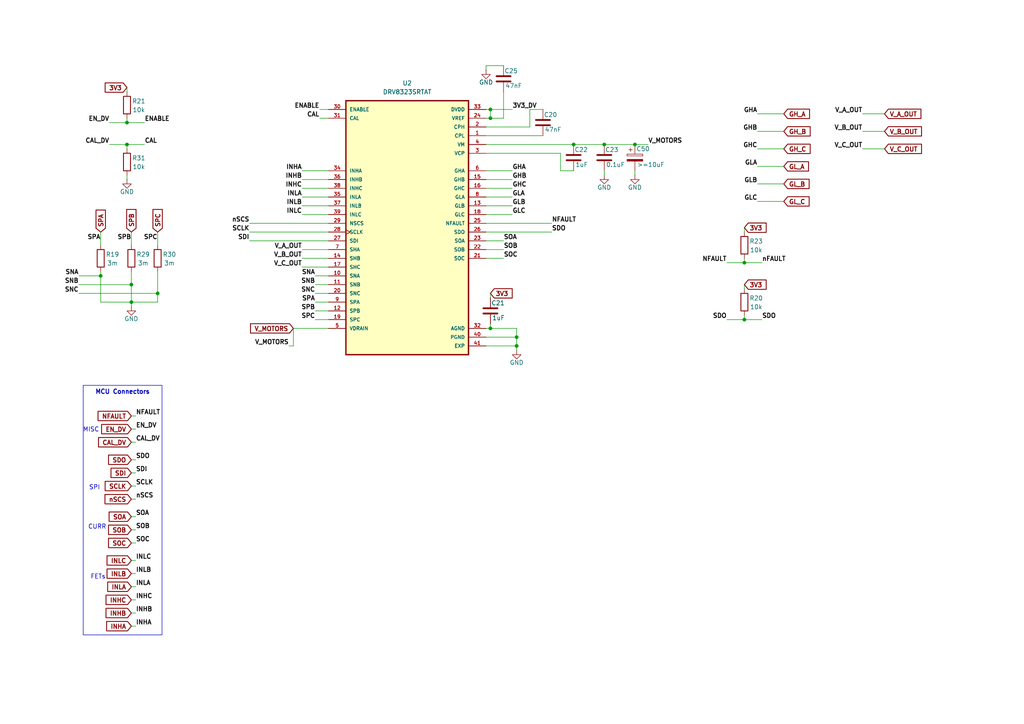
<source format=kicad_sch>
(kicad_sch (version 20250114) (generator "eeschema") (generator_version "9.0")
  (paper "A4")
  (lib_symbols
    (symbol "DRV8323SRTAT:DRV8323SRTAT" (pin_names (offset 1.016))
      (property "Reference" "U" (at -17.8131 39.1728 0))
      (property "Value" "DRV8323SRTAT" (at -17.8106 -39.6282 0))
      (symbol "DRV8323SRTAT_0_0"
        (rectangle (start -17.78 -35.56) (end 17.78 38.1) (stroke (width 0.41)) (fill (type background)))
        (pin input line (at -22.86 35.56 0) (length 5.08) (name "ENABLE") (number "30"))
        (pin input line (at -22.86 33.02 0) (length 5.08) (name "CAL") (number "31"))
        (pin input line (at -22.86 17.78 0) (length 5.08) (name "INHA") (number "34"))
        (pin input line (at -22.86 15.24 0) (length 5.08) (name "INHB") (number "36"))
        (pin input line (at -22.86 12.7 0) (length 5.08) (name "INHC") (number "38"))
        (pin input line (at -22.86 10.16 0) (length 5.08) (name "INLA") (number "35"))
        (pin input line (at -22.86 7.62 0) (length 5.08) (name "INLB") (number "37"))
        (pin input line (at -22.86 5.08 0) (length 5.08) (name "INLC") (number "39"))
        (pin input line (at -22.86 2.54 0) (length 5.08) (name "NSCS") (number "29"))
        (pin input clock (at -22.86 0 0) (length 5.08) (name "SCLK") (number "28"))
        (pin input line (at -22.86 -2.54 0) (length 5.08) (name "SDI") (number "27"))
        (pin input line (at -22.86 -5.08 0) (length 5.08) (name "SHA") (number "7"))
        (pin input line (at -22.86 -7.62 0) (length 5.08) (name "SHB") (number "14"))
        (pin input line (at -22.86 -10.16 0) (length 5.08) (name "SHC") (number "17"))
        (pin input line (at -22.86 -12.7 0) (length 5.08) (name "SNA") (number "10"))
        (pin input line (at -22.86 -15.24 0) (length 5.08) (name "SNB") (number "11"))
        (pin input line (at -22.86 -17.78 0) (length 5.08) (name "SNC") (number "20"))
        (pin input line (at -22.86 -20.32 0) (length 5.08) (name "SPA") (number "9"))
        (pin input line (at -22.86 -22.86 0) (length 5.08) (name "SPB") (number "12"))
        (pin input line (at -22.86 -25.4 0) (length 5.08) (name "SPC") (number "19"))
        (pin input line (at -22.86 -27.94 0) (length 5.08) (name "VDRAIN") (number "5"))
        (pin power_in line (at 22.86 35.56 180) (length 5.08) (name "DVDD") (number "33"))
        (pin power_in line (at 22.86 33.02 180) (length 5.08) (name "VREF") (number "24"))
        (pin power_in line (at 22.86 30.48 180) (length 5.08) (name "CPH") (number "2"))
        (pin power_in line (at 22.86 27.94 180) (length 5.08) (name "CPL") (number "1"))
        (pin power_in line (at 22.86 25.4 180) (length 5.08) (name "VM") (number "4"))
        (pin power_in line (at 22.86 22.86 180) (length 5.08) (name "VCP") (number "3"))
        (pin output line (at 22.86 17.78 180) (length 5.08) (name "GHA") (number "6"))
        (pin output line (at 22.86 15.24 180) (length 5.08) (name "GHB") (number "15"))
        (pin output line (at 22.86 12.7 180) (length 5.08) (name "GHC") (number "16"))
        (pin output line (at 22.86 10.16 180) (length 5.08) (name "GLA") (number "8"))
        (pin output line (at 22.86 7.62 180) (length 5.08) (name "GLB") (number "13"))
        (pin output line (at 22.86 5.08 180) (length 5.08) (name "GLC") (number "18"))
        (pin output line (at 22.86 2.54 180) (length 5.08) (name "NFAULT") (number "25"))
        (pin output line (at 22.86 0 180) (length 5.08) (name "SDO") (number "26"))
        (pin output line (at 22.86 -2.54 180) (length 5.08) (name "SOA") (number "23"))
        (pin output line (at 22.86 -5.08 180) (length 5.08) (name "SOB") (number "22"))
        (pin output line (at 22.86 -7.62 180) (length 5.08) (name "SOC") (number "21"))
        (pin power_in line (at 22.86 -27.94 180) (length 5.08) (name "AGND") (number "32"))
        (pin power_in line (at 22.86 -30.48 180) (length 5.08) (name "PGND") (number "40"))
        (pin power_in line (at 22.86 -33.02 180) (length 5.08) (name "EXP") (number "41"))
      )
    )
    (symbol "Device:C" (pin_numbers (hide yes)) (pin_names (offset 0.254))
      (property "Reference" "C" (at 0.635 2.54 0))
      (property "Value" "C" (at 0.635 -2.54 0))
      (symbol "C_0_1"
        (polyline (pts (xy -2.032 0.762) (xy 2.032 0.762)) (stroke (width 0.508)))
        (polyline (pts (xy -2.032 -0.762) (xy 2.032 -0.762)) (stroke (width 0.508)))
      )
      (symbol "C_1_1"
        (pin passive line (at 0 3.81 270) (length 2.794) (name "~") (number "1"))
        (pin passive line (at 0 -3.81 90) (length 2.794) (name "~") (number "2"))
      )
    )
    (symbol "Device:C_Polarized" (pin_numbers (hide yes)) (pin_names (offset 0.254))
      (property "Reference" "C" (at 0.635 2.54 0))
      (property "Value" "C_Polarized" (at 0.635 -2.54 0))
      (symbol "C_Polarized_0_1"
        (rectangle (start -2.286 0.508) (end 2.286 1.016))
        (polyline (pts (xy -1.778 2.286) (xy -0.762 2.286)))
        (polyline (pts (xy -1.27 2.794) (xy -1.27 1.778)))
        (rectangle (start 2.286 -0.508) (end -2.286 -1.016) (fill (type outline)))
      )
      (symbol "C_Polarized_1_1"
        (pin passive line (at 0 3.81 270) (length 2.794) (name "~") (number "1"))
        (pin passive line (at 0 -3.81 90) (length 2.794) (name "~") (number "2"))
      )
    )
    (symbol "Device:R" (pin_numbers (hide yes)) (pin_names (offset 0))
      (property "Reference" "R" (at 2.032 0 90))
      (property "Value" "R" (at 0 0 90))
      (symbol "R_0_1"
        (rectangle (start -1.016 -2.54) (end 1.016 2.54) (stroke (width 0.254)))
      )
      (symbol "R_1_1"
        (pin passive line (at 0 3.81 270) (length 1.27) (name "~") (number "1"))
        (pin passive line (at 0 -3.81 90) (length 1.27) (name "~") (number "2"))
      )
    )
    (symbol "power:GND" (power) (pin_numbers (hide yes)) (pin_names (offset 0) (hide yes))
      (property "Value" "GND" (at 0 -3.81 0))
      (symbol "GND_0_1"
        (polyline (pts (xy 0 0) (xy 0 -1.27) (xy 1.27 -1.27) (xy 0 -2.54) (xy -1.27 -1.27) (xy 0 -1.27)))
      )
      (symbol "GND_1_1"
        (pin power_in line (at 0 0 270) (length 0) (name "~") (number "1"))
      )
    )
  )
  (rectangle (start 24.13 111.76) (end 46.99 184.15))
  (text "FETs" (at 28.448 167.386 0) (effects (font (size 1.27 1.27) (thickness 0.1588))))
  (text "MISC" (at 26.416 124.714 0) (effects (font (size 1.27 1.27) (thickness 0.1588))))
  (text "CURR" (at 28.194 152.908 0) (effects (font (size 1.27 1.27) (thickness 0.1588))))
  (text "MCU Connectors" (at 35.56 113.792 0) (effects (font (size 1.27 1.27) (thickness 0.254) (bold yes))))
  (text "SPI" (at 27.432 141.478 0) (effects (font (size 1.27 1.27) (thickness 0.1588))))
  (junction (at 142.24 95.25))
  (junction (at 166.37 41.91))
  (junction (at 215.9 92.71))
  (junction (at 38.1 87.63))
  (junction (at 184.15 41.91))
  (junction (at 142.24 34.29))
  (junction (at 175.26 41.91))
  (junction (at 142.24 31.75))
  (junction (at 215.9 76.2))
  (junction (at 38.1 82.55))
  (junction (at 36.83 41.91))
  (junction (at 149.86 97.79))
  (junction (at 149.86 100.33))
  (junction (at 36.83 35.56))
  (junction (at 45.72 85.09))
  (junction (at 29.21 80.01))
  (wire (pts (xy 160.02 64.77) (xy 140.97 64.77)))
  (wire (pts (xy 142.24 31.75) (xy 148.59 31.75)))
  (wire (pts (xy 175.26 50.8) (xy 175.26 49.53)))
  (wire (pts (xy 36.83 52.07) (xy 36.83 50.8)))
  (wire (pts (xy 149.86 95.25) (xy 142.24 95.25)))
  (wire (pts (xy 38.1 78.74) (xy 38.1 82.55)))
  (wire (pts (xy 140.97 100.33) (xy 149.86 100.33)))
  (wire (pts (xy 39.37 181.61) (xy 38.1 181.61)))
  (wire (pts (xy 45.72 78.74) (xy 45.72 85.09)))
  (wire (pts (xy 31.75 35.56) (xy 36.83 35.56)))
  (wire (pts (xy 148.59 54.61) (xy 140.97 54.61)))
  (wire (pts (xy 140.97 39.37) (xy 157.48 39.37)))
  (wire (pts (xy 149.86 100.33) (xy 149.86 97.79)))
  (wire (pts (xy 256.54 43.18) (xy 250.19 43.18)))
  (wire (pts (xy 39.37 166.37) (xy 38.1 166.37)))
  (wire (pts (xy 22.86 85.09) (xy 45.72 85.09)))
  (wire (pts (xy 146.05 74.93) (xy 140.97 74.93)))
  (wire (pts (xy 146.05 19.05) (xy 140.97 19.05)))
  (wire (pts (xy 83.82 100.33) (xy 85.09 100.33)))
  (wire (pts (xy 256.54 33.02) (xy 250.19 33.02)))
  (wire (pts (xy 153.67 36.83) (xy 153.67 31.75)))
  (wire (pts (xy 91.44 92.71) (xy 95.25 92.71)))
  (wire (pts (xy 149.86 101.6) (xy 149.86 100.33)))
  (wire (pts (xy 146.05 34.29) (xy 146.05 26.67)))
  (wire (pts (xy 87.63 72.39) (xy 95.25 72.39)))
  (wire (pts (xy 36.83 35.56) (xy 36.83 34.29)))
  (wire (pts (xy 184.15 50.8) (xy 184.15 49.53)))
  (wire (pts (xy 227.33 53.34) (xy 219.71 53.34)))
  (wire (pts (xy 39.37 153.67) (xy 38.1 153.67)))
  (wire (pts (xy 142.24 95.25) (xy 140.97 95.25)))
  (wire (pts (xy 149.86 97.79) (xy 149.86 95.25)))
  (wire (pts (xy 91.44 85.09) (xy 95.25 85.09)))
  (wire (pts (xy 87.63 74.93) (xy 95.25 74.93)))
  (wire (pts (xy 140.97 19.05) (xy 140.97 20.32)))
  (wire (pts (xy 39.37 149.86) (xy 38.1 149.86)))
  (wire (pts (xy 91.44 90.17) (xy 95.25 90.17)))
  (wire (pts (xy 87.63 77.47) (xy 95.25 77.47)))
  (wire (pts (xy 148.59 52.07) (xy 140.97 52.07)))
  (wire (pts (xy 39.37 170.18) (xy 38.1 170.18)))
  (wire (pts (xy 162.56 49.53) (xy 166.37 49.53)))
  (wire (pts (xy 146.05 72.39) (xy 140.97 72.39)))
  (wire (pts (xy 210.82 76.2) (xy 215.9 76.2)))
  (wire (pts (xy 148.59 59.69) (xy 140.97 59.69)))
  (wire (pts (xy 227.33 58.42) (xy 219.71 58.42)))
  (wire (pts (xy 215.9 92.71) (xy 215.9 91.44)))
  (wire (pts (xy 38.1 87.63) (xy 29.21 87.63)))
  (wire (pts (xy 45.72 85.09) (xy 45.72 87.63)))
  (wire (pts (xy 227.33 43.18) (xy 219.71 43.18)))
  (wire (pts (xy 140.97 31.75) (xy 142.24 31.75)))
  (wire (pts (xy 215.9 66.04) (xy 215.9 67.31)))
  (wire (pts (xy 166.37 41.91) (xy 175.26 41.91)))
  (wire (pts (xy 91.44 82.55) (xy 95.25 82.55)))
  (wire (pts (xy 162.56 44.45) (xy 140.97 44.45)))
  (wire (pts (xy 72.39 67.31) (xy 95.25 67.31)))
  (wire (pts (xy 92.71 31.75) (xy 95.25 31.75)))
  (wire (pts (xy 148.59 62.23) (xy 140.97 62.23)))
  (wire (pts (xy 72.39 64.77) (xy 95.25 64.77)))
  (wire (pts (xy 38.1 128.27) (xy 39.37 128.27)))
  (wire (pts (xy 160.02 67.31) (xy 140.97 67.31)))
  (wire (pts (xy 92.71 34.29) (xy 95.25 34.29)))
  (wire (pts (xy 36.83 35.56) (xy 41.91 35.56)))
  (wire (pts (xy 142.24 34.29) (xy 146.05 34.29)))
  (wire (pts (xy 184.15 41.91) (xy 187.96 41.91)))
  (wire (pts (xy 38.1 67.31) (xy 38.1 71.12)))
  (wire (pts (xy 153.67 31.75) (xy 157.48 31.75)))
  (wire (pts (xy 227.33 48.26) (xy 219.71 48.26)))
  (wire (pts (xy 162.56 49.53) (xy 162.56 44.45)))
  (wire (pts (xy 38.1 144.78) (xy 39.37 144.78)))
  (wire (pts (xy 140.97 34.29) (xy 142.24 34.29)))
  (wire (pts (xy 22.86 80.01) (xy 29.21 80.01)))
  (wire (pts (xy 87.63 52.07) (xy 95.25 52.07)))
  (wire (pts (xy 39.37 157.48) (xy 38.1 157.48)))
  (wire (pts (xy 215.9 76.2) (xy 215.9 74.93)))
  (wire (pts (xy 29.21 80.01) (xy 29.21 87.63)))
  (wire (pts (xy 29.21 67.31) (xy 29.21 71.12)))
  (wire (pts (xy 140.97 36.83) (xy 153.67 36.83)))
  (wire (pts (xy 91.44 87.63) (xy 95.25 87.63)))
  (wire (pts (xy 142.24 93.98) (xy 142.24 95.25)))
  (wire (pts (xy 87.63 49.53) (xy 95.25 49.53)))
  (wire (pts (xy 38.1 140.97) (xy 39.37 140.97)))
  (wire (pts (xy 38.1 133.35) (xy 39.37 133.35)))
  (wire (pts (xy 87.63 62.23) (xy 95.25 62.23)))
  (wire (pts (xy 210.82 92.71) (xy 215.9 92.71)))
  (wire (pts (xy 39.37 162.56) (xy 38.1 162.56)))
  (wire (pts (xy 227.33 33.02) (xy 219.71 33.02)))
  (wire (pts (xy 215.9 92.71) (xy 220.98 92.71)))
  (wire (pts (xy 85.09 100.33) (xy 85.09 95.25)))
  (wire (pts (xy 87.63 59.69) (xy 95.25 59.69)))
  (wire (pts (xy 38.1 137.16) (xy 39.37 137.16)))
  (wire (pts (xy 45.72 67.31) (xy 45.72 71.12)))
  (wire (pts (xy 38.1 87.63) (xy 38.1 88.9)))
  (wire (pts (xy 140.97 97.79) (xy 149.86 97.79)))
  (wire (pts (xy 38.1 120.65) (xy 39.37 120.65)))
  (wire (pts (xy 38.1 124.46) (xy 39.37 124.46)))
  (wire (pts (xy 148.59 49.53) (xy 140.97 49.53)))
  (wire (pts (xy 142.24 85.09) (xy 142.24 86.36)))
  (wire (pts (xy 175.26 41.91) (xy 184.15 41.91)))
  (wire (pts (xy 39.37 173.99) (xy 38.1 173.99)))
  (wire (pts (xy 148.59 57.15) (xy 140.97 57.15)))
  (wire (pts (xy 87.63 54.61) (xy 95.25 54.61)))
  (wire (pts (xy 227.33 38.1) (xy 219.71 38.1)))
  (wire (pts (xy 31.75 41.91) (xy 36.83 41.91)))
  (wire (pts (xy 87.63 57.15) (xy 95.25 57.15)))
  (wire (pts (xy 29.21 78.74) (xy 29.21 80.01)))
  (wire (pts (xy 38.1 82.55) (xy 38.1 87.63)))
  (wire (pts (xy 140.97 41.91) (xy 166.37 41.91)))
  (wire (pts (xy 36.83 41.91) (xy 41.91 41.91)))
  (wire (pts (xy 22.86 82.55) (xy 38.1 82.55)))
  (wire (pts (xy 146.05 69.85) (xy 140.97 69.85)))
  (wire (pts (xy 85.09 95.25) (xy 95.25 95.25)))
  (wire (pts (xy 142.24 34.29) (xy 142.24 31.75)))
  (wire (pts (xy 215.9 82.55) (xy 215.9 83.82)))
  (wire (pts (xy 215.9 76.2) (xy 220.98 76.2)))
  (wire (pts (xy 91.44 80.01) (xy 95.25 80.01)))
  (wire (pts (xy 39.37 177.8) (xy 38.1 177.8)))
  (wire (pts (xy 36.83 43.18) (xy 36.83 41.91)))
  (wire (pts (xy 256.54 38.1) (xy 250.19 38.1)))
  (wire (pts (xy 72.39 69.85) (xy 95.25 69.85)))
  (wire (pts (xy 36.83 25.4) (xy 36.83 26.67)))
  (wire (pts (xy 45.72 87.63) (xy 38.1 87.63)))
  (label "INHB" (at 87.63 52.07 180) (effects (font (thickness 0.254) (bold yes))))
  (label "GHC" (at 219.71 43.18 180) (effects (font (thickness 0.254) (bold yes))))
  (label "SPC" (at 91.44 92.71 180) (effects (font (thickness 0.254) (bold yes))))
  (label "ENABLE" (at 41.91 35.56 0) (effects (font (thickness 0.254) (bold yes))))
  (label "SNA" (at 91.44 80.01 180) (effects (font (thickness 0.254) (bold yes))))
  (label "V_B_OUT" (at 250.19 38.1 180) (effects (font (thickness 0.254) (bold yes))))
  (label "GHA" (at 148.59 49.53 0) (effects (font (thickness 0.254) (bold yes))))
  (label "V_A_OUT" (at 87.63 72.39 180) (effects (font (thickness 0.254) (bold yes))))
  (label "SPB" (at 91.44 90.17 180) (effects (font (thickness 0.254) (bold yes))))
  (label "SPA" (at 91.44 87.63 180) (effects (font (thickness 0.254) (bold yes))))
  (label "EN_DV" (at 39.37 124.46 0) (effects (font (thickness 0.254) (bold yes))))
  (label "GHC" (at 148.59 54.61 0) (effects (font (thickness 0.254) (bold yes))))
  (label "SOA" (at 39.37 149.86 0) (effects (font (thickness 0.254) (bold yes))))
  (label "ENABLE" (at 92.71 31.75 180) (effects (font (thickness 0.254) (bold yes))))
  (label "CAL_DV" (at 39.37 128.27 0) (effects (font (thickness 0.254) (bold yes))))
  (label "nFAULT" (at 220.98 76.2 0) (effects (font (thickness 0.254) (bold yes))))
  (label "CAL_DV" (at 31.75 41.91 180) (effects (font (thickness 0.254) (bold yes))))
  (label "SDO" (at 210.82 92.71 180) (effects (font (thickness 0.254) (bold yes))))
  (label "V_C_OUT" (at 87.63 77.47 180) (effects (font (thickness 0.254) (bold yes))))
  (label "SOB" (at 146.05 72.39 0) (effects (font (thickness 0.254) (bold yes))))
  (label "SDO" (at 39.37 133.35 0) (effects (font (thickness 0.254) (bold yes))))
  (label "INLB" (at 87.63 59.69 180) (effects (font (thickness 0.254) (bold yes))))
  (label "GLC" (at 148.59 62.23 0) (effects (font (thickness 0.254) (bold yes))))
  (label "SNB" (at 22.86 82.55 180) (effects (font (thickness 0.254) (bold yes))))
  (label "INLA" (at 39.37 170.18 0) (effects (font (thickness 0.254) (bold yes))))
  (label "GLB" (at 148.59 59.69 0) (effects (font (thickness 0.254) (bold yes))))
  (label "EN_DV" (at 31.75 35.56 180) (effects (font (thickness 0.254) (bold yes))))
  (label "GLB" (at 219.71 53.34 180) (effects (font (thickness 0.254) (bold yes))))
  (label "SDI" (at 39.37 137.16 0) (effects (font (thickness 0.254) (bold yes))))
  (label "SOC" (at 39.37 157.48 0) (effects (font (thickness 0.254) (bold yes))))
  (label "SPB" (at 38.1 69.85 180) (effects (font (thickness 0.254) (bold yes))))
  (label "GLC" (at 219.71 58.42 180) (effects (font (thickness 0.254) (bold yes))))
  (label "SDI" (at 72.39 69.85 180) (effects (font (thickness 0.254) (bold yes))))
  (label "CAL" (at 41.91 41.91 0) (effects (font (thickness 0.254) (bold yes))))
  (label "GHB" (at 219.71 38.1 180) (effects (font (thickness 0.254) (bold yes))))
  (label "NFAULT" (at 39.37 120.65 0) (effects (font (thickness 0.254) (bold yes))))
  (label "SPC" (at 45.72 69.85 180) (effects (font (thickness 0.254) (bold yes))))
  (label "INHA" (at 39.37 181.61 0) (effects (font (thickness 0.254) (bold yes))))
  (label "V_B_OUT" (at 87.63 74.93 180) (effects (font (thickness 0.254) (bold yes))))
  (label "GHA" (at 219.71 33.02 180) (effects (font (thickness 0.254) (bold yes))))
  (label "V_A_OUT" (at 250.19 33.02 180) (effects (font (thickness 0.254) (bold yes))))
  (label "SDO" (at 160.02 67.31 0) (effects (font (thickness 0.254) (bold yes))))
  (label "CAL" (at 92.71 34.29 180) (effects (font (thickness 0.254) (bold yes))))
  (label "SOB" (at 39.37 153.67 0) (effects (font (thickness 0.254) (bold yes))))
  (label "INHB" (at 39.37 177.8 0) (effects (font (thickness 0.254) (bold yes))))
  (label "SNC" (at 22.86 85.09 180) (effects (font (thickness 0.254) (bold yes))))
  (label "SCLK" (at 39.37 140.97 0) (effects (font (thickness 0.254) (bold yes))))
  (label "INLC" (at 87.63 62.23 180) (effects (font (thickness 0.254) (bold yes))))
  (label "3V3_DV" (at 148.59 31.75 0) (effects (font (thickness 0.254) (bold yes))))
  (label "SNA" (at 22.86 80.01 180) (effects (font (thickness 0.254) (bold yes))))
  (label "nSCS" (at 72.39 64.77 180) (effects (font (thickness 0.254) (bold yes))))
  (label "SNC" (at 91.44 85.09 180) (effects (font (thickness 0.254) (bold yes))))
  (label "INHC" (at 87.63 54.61 180) (effects (font (thickness 0.254) (bold yes))))
  (label "NFAULT" (at 160.02 64.77 0) (effects (font (thickness 0.254) (bold yes))))
  (label "V_C_OUT" (at 250.19 43.18 180) (effects (font (thickness 0.254) (bold yes))))
  (label "GLA" (at 148.59 57.15 0) (effects (font (thickness 0.254) (bold yes))))
  (label "SNB" (at 91.44 82.55 180) (effects (font (thickness 0.254) (bold yes))))
  (label "V_MOTORS" (at 83.82 100.33 180) (effects (font (thickness 0.254) (bold yes))))
  (label "GLA" (at 219.71 48.26 180) (effects (font (thickness 0.254) (bold yes))))
  (label "SOC" (at 146.05 74.93 0) (effects (font (thickness 0.254) (bold yes))))
  (label "NFAULT" (at 210.82 76.2 180) (effects (font (thickness 0.254) (bold yes))))
  (label "INHC" (at 39.37 173.99 0) (effects (font (thickness 0.254) (bold yes))))
  (label "INLC" (at 39.37 162.56 0) (effects (font (thickness 0.254) (bold yes))))
  (label "INHA" (at 87.63 49.53 180) (effects (font (thickness 0.254) (bold yes))))
  (label "INLB" (at 39.37 166.37 0) (effects (font (thickness 0.254) (bold yes))))
  (label "SDO" (at 220.98 92.71 0) (effects (font (thickness 0.254) (bold yes))))
  (label "GHB" (at 148.59 52.07 0) (effects (font (thickness 0.254) (bold yes))))
  (label "nSCS" (at 39.37 144.78 0) (effects (font (thickness 0.254) (bold yes))))
  (label "SOA" (at 146.05 69.85 0) (effects (font (thickness 0.254) (bold yes))))
  (label "INLA" (at 87.63 57.15 180) (effects (font (thickness 0.254) (bold yes))))
  (label "SCLK" (at 72.39 67.31 180) (effects (font (thickness 0.254) (bold yes))))
  (label "V_MOTORS" (at 187.96 41.91 0) (effects (font (thickness 0.254) (bold yes))))
  (label "SPA" (at 29.21 69.85 180) (effects (font (thickness 0.254) (bold yes))))
  (global_label "INHB" (shape input) (at 38.1 177.8 180) (effects (font (thickness 0.254) (bold yes))) (property "Intersheetrefs" "${INTERSHEET_REFS}" (effects (hide yes))))
  (global_label "SPA" (shape input) (at 29.21 67.31 90) (effects (font (thickness 0.254) (bold yes))) (property "Intersheetrefs" "${INTERSHEET_REFS}" (effects (hide yes))))
  (global_label "3V3" (shape input) (at 142.24 85.09 0) (effects (font (thickness 0.254) (bold yes))) (property "Intersheetrefs" "${INTERSHEET_REFS}" (effects (hide yes))))
  (global_label "GH_C" (shape input) (at 227.33 43.18 0) (effects (font (thickness 0.254) (bold yes))) (property "Intersheetrefs" "${INTERSHEET_REFS}" (effects (hide yes))))
  (global_label "INLC" (shape input) (at 38.1 162.56 180) (effects (font (thickness 0.254) (bold yes))) (property "Intersheetrefs" "${INTERSHEET_REFS}" (effects (hide yes))))
  (global_label "CAL_DV" (shape input) (at 38.1 128.27 180) (effects (font (thickness 0.254) (bold yes))) (property "Intersheetrefs" "${INTERSHEET_REFS}" (effects (hide yes))))
  (global_label "3V3" (shape input) (at 36.83 25.4 180) (effects (font (thickness 0.254) (bold yes))) (property "Intersheetrefs" "${INTERSHEET_REFS}" (effects (hide yes))))
  (global_label "GL_A" (shape input) (at 227.33 48.26 0) (effects (font (thickness 0.254) (bold yes))) (property "Intersheetrefs" "${INTERSHEET_REFS}" (effects (hide yes))))
  (global_label "V_B_OUT" (shape input) (at 256.54 38.1 0) (effects (font (thickness 0.254) (bold yes))) (property "Intersheetrefs" "${INTERSHEET_REFS}" (effects (hide yes))))
  (global_label "GL_C" (shape input) (at 227.33 58.42 0) (effects (font (thickness 0.254) (bold yes))) (property "Intersheetrefs" "${INTERSHEET_REFS}" (effects (hide yes))))
  (global_label "EN_DV" (shape input) (at 38.1 124.46 180) (effects (font (thickness 0.254) (bold yes))) (property "Intersheetrefs" "${INTERSHEET_REFS}" (effects (hide yes))))
  (global_label "3V3" (shape input) (at 215.9 66.04 0) (effects (font (thickness 0.254) (bold yes))) (property "Intersheetrefs" "${INTERSHEET_REFS}" (effects (hide yes))))
  (global_label "GL_B" (shape input) (at 227.33 53.34 0) (effects (font (thickness 0.254) (bold yes))) (property "Intersheetrefs" "${INTERSHEET_REFS}" (effects (hide yes))))
  (global_label "INLB" (shape input) (at 38.1 166.37 180) (effects (font (thickness 0.254) (bold yes))) (property "Intersheetrefs" "${INTERSHEET_REFS}" (effects (hide yes))))
  (global_label "INHC" (shape input) (at 38.1 173.99 180) (effects (font (thickness 0.254) (bold yes))) (property "Intersheetrefs" "${INTERSHEET_REFS}" (effects (hide yes))))
  (global_label "NFAULT" (shape input) (at 38.1 120.65 180) (effects (font (thickness 0.254) (bold yes))) (property "Intersheetrefs" "${INTERSHEET_REFS}" (effects (hide yes))))
  (global_label "SCLK" (shape input) (at 38.1 140.97 180) (effects (font (thickness 0.254) (bold yes))) (property "Intersheetrefs" "${INTERSHEET_REFS}" (effects (hide yes))))
  (global_label "SDI" (shape input) (at 38.1 137.16 180) (effects (font (thickness 0.254) (bold yes))) (property "Intersheetrefs" "${INTERSHEET_REFS}" (effects (hide yes))))
  (global_label "INHA" (shape input) (at 38.1 181.61 180) (effects (font (thickness 0.254) (bold yes))) (property "Intersheetrefs" "${INTERSHEET_REFS}" (effects (hide yes))))
  (global_label "nSCS" (shape input) (at 38.1 144.78 180) (effects (font (thickness 0.254) (bold yes))) (property "Intersheetrefs" "${INTERSHEET_REFS}" (effects (hide yes))))
  (global_label "SOB" (shape input) (at 38.1 153.67 180) (effects (font (thickness 0.254) (bold yes))) (property "Intersheetrefs" "${INTERSHEET_REFS}" (effects (hide yes))))
  (global_label "GH_A" (shape input) (at 227.33 33.02 0) (effects (font (thickness 0.254) (bold yes))) (property "Intersheetrefs" "${INTERSHEET_REFS}" (effects (hide yes))))
  (global_label "V_C_OUT" (shape input) (at 256.54 43.18 0) (effects (font (thickness 0.254) (bold yes))) (property "Intersheetrefs" "${INTERSHEET_REFS}" (effects (hide yes))))
  (global_label "SOA" (shape input) (at 38.1 149.86 180) (effects (font (thickness 0.254) (bold yes))) (property "Intersheetrefs" "${INTERSHEET_REFS}" (effects (hide yes))))
  (global_label "SOC" (shape input) (at 38.1 157.48 180) (effects (font (thickness 0.254) (bold yes))) (property "Intersheetrefs" "${INTERSHEET_REFS}" (effects (hide yes))))
  (global_label "INLA" (shape input) (at 38.1 170.18 180) (effects (font (thickness 0.254) (bold yes))) (property "Intersheetrefs" "${INTERSHEET_REFS}" (effects (hide yes))))
  (global_label "SPB" (shape input) (at 38.1 67.31 90) (effects (font (thickness 0.254) (bold yes))) (property "Intersheetrefs" "${INTERSHEET_REFS}" (effects (hide yes))))
  (global_label "3V3" (shape input) (at 215.9 82.55 0) (effects (font (thickness 0.254) (bold yes))) (property "Intersheetrefs" "${INTERSHEET_REFS}" (effects (hide yes))))
  (global_label "SDO" (shape input) (at 38.1 133.35 180) (effects (font (thickness 0.254) (bold yes))) (property "Intersheetrefs" "${INTERSHEET_REFS}" (effects (hide yes))))
  (global_label "SPC" (shape input) (at 45.72 67.31 90) (effects (font (thickness 0.254) (bold yes))) (property "Intersheetrefs" "${INTERSHEET_REFS}" (effects (hide yes))))
  (global_label "V_MOTORS" (shape input) (at 85.09 95.25 180) (effects (font (thickness 0.254) (bold yes))) (property "Intersheetrefs" "${INTERSHEET_REFS}" (effects (hide yes))))
  (global_label "V_A_OUT" (shape input) (at 256.54 33.02 0) (effects (font (thickness 0.254) (bold yes))) (property "Intersheetrefs" "${INTERSHEET_REFS}" (effects (hide yes))))
  (global_label "GH_B" (shape input) (at 227.33 38.1 0) (effects (font (thickness 0.254) (bold yes))) (property "Intersheetrefs" "${INTERSHEET_REFS}" (effects (hide yes))))
  (symbol (lib_id "Device:C") (at 157.48 35.56 0) (unit 1)
    (property "Reference" "C20" (at 157.734 33.274 0) (effects (justify left)))
    (property "Value" "47nF" (at 157.988 37.592 0) (effects (justify left)))
    (property "Footprint" "Capacitor_SMD:C_0805_2012Metric_Pad1.18x1.45mm_HandSolder" (effects (hide yes)))
    (property "Description" "Unpolarized capacitor" (effects (hide yes)))
  )
  (symbol (lib_id "DRV8323SRTAT:DRV8323SRTAT") (at 118.11 67.31 0) (unit 1)
    (property "Reference" "U2" (at 118.11 24.13 0))
    (property "Value" "DRV8323SRTAT" (at 118.11 26.67 0))
    (property "Footprint" "DRV8323SRTAT:QFN50P600X600X80-41N415X415" (effects (hide yes)))
    (property "MF" "Texas Instruments" (effects (hide yes)))
    (property "Description_1" "65-V max 3-phase smart gate driver with current shunt amplifiers" (effects (hide yes)))
    (property "PACKAGE" "WQFN-40" (effects (hide yes)))
    (property "Price" "None" (effects (hide yes)))
    (property "Package" "WQFN-40 Texas Instruments" (effects (hide yes)))
    (property "PACKAGE_ID" "5744" (effects (hide yes)))
    (property "SnapEDA_Link" "https://www.snapeda.com/parts/DRV8323SRTAT/Texas+Instruments/view-part/?ref=snap" (effects (hide yes)))
    (property "MP" "DRV8323SRTAT" (effects (hide yes)))
    (property "Purchase-URL" "https://www.snapeda.com/api/url_track_click_mouser/?unipart_id=1675025&manufacturer=Texas Instruments&part_name=DRV8323SRTAT&search_term=None" (effects (hide yes)))
    (property "Availability" "In Stock" (effects (hide yes)))
    (property "Check_prices" "https://www.snapeda.com/parts/DRV8323SRTAT/Texas+Instruments/view-part/?ref=eda" (effects (hide yes)))
  )
  (symbol (lib_id "power:GND") (at 140.97 20.32 0) (unit 1)
    (property "Reference" "#PWR019" (effects (hide yes)))
    (property "Value" "GND" (at 140.97 23.876 0))
    (property "Description" "Power symbol creates a global label with name \"GND\" , ground" (effects (hide yes)))
  )
  (symbol (lib_id "power:GND") (at 38.1 88.9 0) (unit 1)
    (property "Reference" "#PWR011" (effects (hide yes)))
    (property "Value" "GND" (at 38.1 92.456 0))
    (property "Description" "Power symbol creates a global label with name \"GND\" , ground" (effects (hide yes)))
  )
  (symbol (lib_id "power:GND") (at 149.86 101.6 0) (unit 1)
    (property "Reference" "#PWR016" (effects (hide yes)))
    (property "Value" "GND" (at 149.86 105.156 0))
    (property "Description" "Power symbol creates a global label with name \"GND\" , ground" (effects (hide yes)))
  )
  (symbol (lib_id "Device:R") (at 36.83 30.48 180) (unit 1)
    (property "Reference" "R21" (at 40.259 29.337 0))
    (property "Value" "10k" (at 40.259 31.877 0))
    (property "Footprint" "Resistor_SMD:R_0603_1608Metric_Pad0.98x0.95mm_HandSolder" (effects (hide yes)))
    (property "Description" "Resistor" (effects (hide yes)))
  )
  (symbol (lib_id "Device:C") (at 175.26 45.72 0) (unit 1)
    (property "Reference" "C23" (at 175.514 43.434 0) (effects (justify left)))
    (property "Value" "0.1uF" (at 175.768 47.752 0) (effects (justify left)))
    (property "Footprint" "Capacitor_SMD:C_0805_2012Metric_Pad1.18x1.45mm_HandSolder" (effects (hide yes)))
    (property "Description" "Unpolarized capacitor" (effects (hide yes)))
  )
  (symbol (lib_id "power:GND") (at 175.26 50.8 0) (unit 1)
    (property "Reference" "#PWR017" (effects (hide yes)))
    (property "Value" "GND" (at 175.26 54.356 0))
    (property "Description" "Power symbol creates a global label with name \"GND\" , ground" (effects (hide yes)))
  )
  (symbol (lib_id "Device:R") (at 38.1 74.93 180) (unit 1)
    (property "Reference" "R29" (at 41.529 73.787 0))
    (property "Value" "3m" (at 41.529 76.327 0))
    (property "Footprint" "Resistor_SMD:R_0603_1608Metric_Pad0.98x0.95mm_HandSolder" (effects (hide yes)))
    (property "Description" "Resistor" (effects (hide yes)))
  )
  (symbol (lib_id "Device:C") (at 142.24 90.17 0) (unit 1)
    (property "Reference" "C21" (at 142.494 87.884 0) (effects (justify left)))
    (property "Value" "1uF" (at 142.748 92.202 0) (effects (justify left)))
    (property "Footprint" "Capacitor_SMD:C_0805_2012Metric_Pad1.18x1.45mm_HandSolder" (effects (hide yes)))
    (property "Description" "Unpolarized capacitor" (effects (hide yes)))
  )
  (symbol (lib_id "Device:R") (at 215.9 71.12 180) (unit 1)
    (property "Reference" "R23" (at 219.329 69.977 0))
    (property "Value" "10k" (at 219.329 72.517 0))
    (property "Footprint" "Resistor_SMD:R_0603_1608Metric_Pad0.98x0.95mm_HandSolder" (effects (hide yes)))
    (property "Description" "Resistor" (effects (hide yes)))
  )
  (symbol (lib_id "Device:C") (at 166.37 45.72 0) (unit 1)
    (property "Reference" "C22" (at 166.624 43.434 0) (effects (justify left)))
    (property "Value" "1uF" (at 166.878 47.752 0) (effects (justify left)))
    (property "Footprint" "Capacitor_SMD:C_0805_2012Metric_Pad1.18x1.45mm_HandSolder" (effects (hide yes)))
    (property "Description" "Unpolarized capacitor" (effects (hide yes)))
  )
  (symbol (lib_id "power:GND") (at 184.15 50.8 0) (unit 1)
    (property "Reference" "#PWR018" (effects (hide yes)))
    (property "Value" "GND" (at 184.15 54.356 0))
    (property "Description" "Power symbol creates a global label with name \"GND\" , ground" (effects (hide yes)))
  )
  (symbol (lib_id "Device:R") (at 45.72 74.93 180) (unit 1)
    (property "Reference" "R30" (at 49.149 73.787 0))
    (property "Value" "3m" (at 49.149 76.327 0))
    (property "Footprint" "Resistor_SMD:R_0603_1608Metric_Pad0.98x0.95mm_HandSolder" (effects (hide yes)))
    (property "Description" "Resistor" (effects (hide yes)))
  )
  (symbol (lib_id "power:GND") (at 36.83 52.07 0) (unit 1)
    (property "Reference" "#PWR012" (effects (hide yes)))
    (property "Value" "GND" (at 36.83 55.626 0))
    (property "Description" "Power symbol creates a global label with name \"GND\" , ground" (effects (hide yes)))
  )
  (symbol (lib_id "Device:R") (at 36.83 46.99 180) (unit 1)
    (property "Reference" "R31" (at 40.259 45.847 0))
    (property "Value" "10k" (at 40.259 48.387 0))
    (property "Footprint" "Resistor_SMD:R_0603_1608Metric_Pad0.98x0.95mm_HandSolder" (effects (hide yes)))
    (property "Description" "Resistor" (effects (hide yes)))
  )
  (symbol (lib_id "Device:R") (at 215.9 87.63 180) (unit 1)
    (property "Reference" "R20" (at 219.329 86.487 0))
    (property "Value" "10k" (at 219.329 89.027 0))
    (property "Footprint" "Resistor_SMD:R_0603_1608Metric_Pad0.98x0.95mm_HandSolder" (effects (hide yes)))
    (property "Description" "Resistor" (effects (hide yes)))
  )
  (symbol (lib_id "Device:C") (at 146.05 22.86 0) (unit 1)
    (property "Reference" "C25" (at 146.304 20.574 0) (effects (justify left)))
    (property "Value" "47nF" (at 146.558 24.892 0) (effects (justify left)))
    (property "Footprint" "Capacitor_SMD:C_0805_2012Metric_Pad1.18x1.45mm_HandSolder" (effects (hide yes)))
    (property "Description" "Unpolarized capacitor" (effects (hide yes)))
  )
  (symbol (lib_id "Device:R") (at 29.21 74.93 180) (unit 1)
    (property "Reference" "R19" (at 32.639 73.787 0))
    (property "Value" "3m" (at 32.639 76.327 0))
    (property "Footprint" "Resistor_SMD:R_0603_1608Metric_Pad0.98x0.95mm_HandSolder" (effects (hide yes)))
    (property "Description" "Resistor" (effects (hide yes)))
  )
  (symbol (lib_id "Device:C_Polarized") (at 184.15 45.72 0) (unit 1)
    (property "Reference" "C50" (at 188.468 43.18 0) (effects (justify right)))
    (property "Value" ">=10uF" (at 192.786 47.752 0) (effects (justify right)))
    (property "Footprint" "Capacitor_SMD:CP_Elec_6.3x5.9" (effects (hide yes)))
    (property "Description" "Polarized capacitor" (effects (hide yes)))
  )
)
</source>
